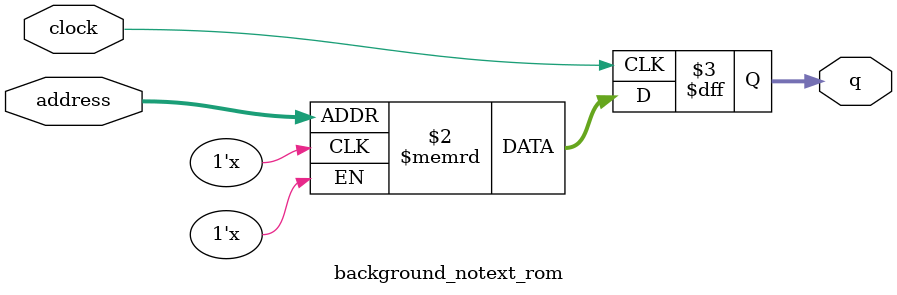
<source format=sv>
module background_notext_rom (
	input logic clock,
	input logic [16:0] address,
	output logic [3:0] q
);

logic [3:0] memory [0:76799] /* synthesis ram_init_file = "./background_notext/background_notext.COE" */;

always_ff @ (posedge clock) begin
	q <= memory[address];
end

endmodule

</source>
